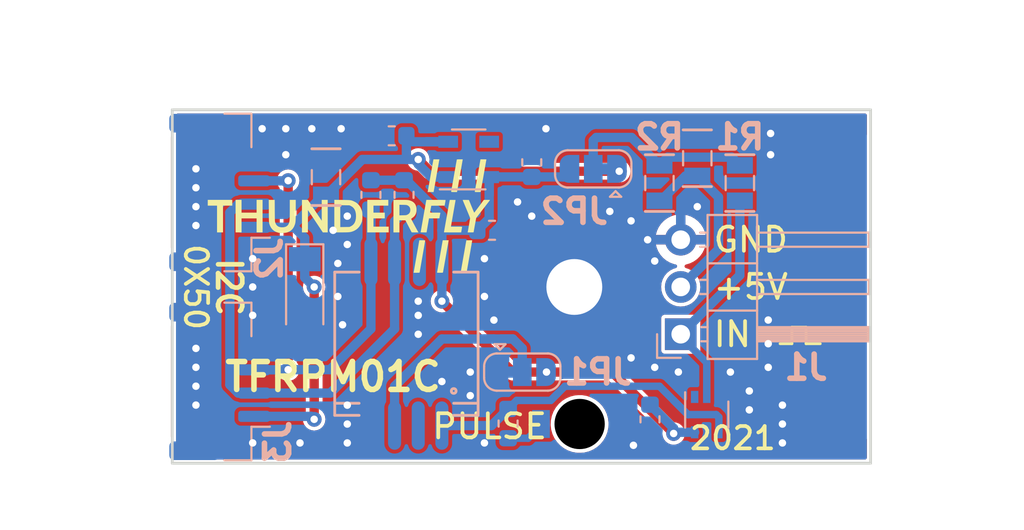
<source format=kicad_pcb>
(kicad_pcb (version 20211014) (generator pcbnew)
  (title_block (title "NAME") (date "%d. %m. %Y") (rev "REV") (company "Mlab www.mlab.cz") (comment 1 "VERSION") (comment 2 "Short description\\nTwo lines are maximum") (comment 3 "nickname <email@example.com>"))
  (layers (0 "F.Cu" jumper) (31 "B.Cu" signal) (36 "B.SilkS" user "B.Silkscreen") (37 "F.SilkS" user "F.Silkscreen") (38 "B.Mask" user) (39 "F.Mask" user) (44 "Edge.Cuts" user))
  (net 0 "")
  (net 1 "GND")
  (net 2 "Net-(D2-Pad2)")
  (net 3 "/COUNT")
  (net 4 "+3V3")
  (net 5 "+5V")
  (net 6 "/SDA")
  (net 7 "/SCL")
  (net 8 "Net-(R4-Pad1)")
  (net 9 "Net-(JP1-Pad2)")
  (net 10 "Net-(JP2-Pad2)")
  (net 11 "Net-(C2-Pad1)")
  (footprint "MLAB_LOGA:TF" (layer "F.Cu") (at 120.396 128.524)
    (fp_text reference "G***" hide)
    (fp_text value "LOGO" hide)
  )
  (footprint "Mlab_D:Diode-MiniMELF_Standard" (layer "B.Cu") (at 118.11 132.588 -90)
    (fp_text reference "D1" hide)
    (fp_text value "ZENER-5.6V" hide)
    (pad "1" smd rect locked (at -1.75 0 270) (size 1.3 1.7) (layers "B.Cu" "B.Paste" "B.Mask") (net 5 "+5V"))
    (pad "2" smd rect locked (at 1.75 0 270) (size 1.3 1.7) (layers "B.Cu" "B.Paste" "B.Mask") (net 1 "GND"))
  )
  (footprint "Mlab_Mechanical:MountingHole_3mm" (layer "B.Cu") (at 132.588 132.331096)
    (fp_text reference "M2" hide)
    (fp_text value "M3" hide)
    (pad "1" thru_hole circle locked (at 0 0) (size 6 6) (drill 3) (layers *.Cu *.Adhes *.Mask) (net 1 "GND") (clearance 1))
  )
  (footprint "Mlab_R:SMD-0603" (layer "B.Cu") (at 123.444 127.381 -90)
    (fp_text reference "R10" hide)
    (fp_text value "10k" hide)
    (pad "1" smd roundrect locked (at -0.7875 0 270) (size 0.875 0.95) (layers "B.Cu" "B.Paste" "B.Mask") (net 4 "+3V3"))
    (pad "2" smd roundrect locked (at 0.7875 0 270) (size 0.875 0.95) (layers "B.Cu" "B.Paste" "B.Mask") (net 7 "/SCL"))
  )
  (footprint "Connector_PinHeader_2.54mm:PinHeader_1x03_P2.54mm_Horizontal" (layer "B.Cu") (at 138.303 134.871096)
    (fp_text reference "J1" (at 6.731 1.780904) (layer "B.SilkS") (effects (font (size 1.3 1.3) (thickness 0.3)) (justify mirror)))
    (fp_text value "HEADER_1x03" hide)
    (pad "1" thru_hole rect locked (at 0 0) (size 1.7 1.7) (drill 1) (layers *.Cu *.Mask) (net 3 "/COUNT"))
    (pad "2" thru_hole oval locked (at 0 -2.54) (size 1.7 1.7) (drill 1) (layers *.Cu *.Mask) (net 11 "Net-(C2-Pad1)"))
    (pad "3" thru_hole oval locked (at 0 -5.08) (size 1.7 1.7) (drill 1) (layers *.Cu *.Mask) (net 1 "GND"))
  )
  (footprint "Package_TO_SOT_SMD:SOT-23-5" (layer "B.Cu") (at 126.916 125.476)
    (fp_text reference "U3" hide)
    (fp_text value "MIC5504-3.3YM5" hide)
    (pad "1" smd rect locked (at -1.1 0.95) (size 1.06 0.65) (layers "B.Cu" "B.Paste" "B.Mask") (net 5 "+5V"))
    (pad "2" smd rect locked (at -1.1 0) (size 1.06 0.65) (layers "B.Cu" "B.Paste" "B.Mask") (net 1 "GND"))
    (pad "3" smd rect locked (at -1.1 -0.95) (size 1.06 0.65) (layers "B.Cu" "B.Paste" "B.Mask") (net 5 "+5V"))
    (pad "4" smd rect locked (at 1.1 -0.95) (size 1.06 0.65) (layers "B.Cu" "B.Paste" "B.Mask"))
    (pad "5" smd rect locked (at 1.1 0.95) (size 1.06 0.65) (layers "B.Cu" "B.Paste" "B.Mask") (net 4 "+3V3"))
  )
  (footprint "Mlab_R:SMD-0805" (layer "B.Cu") (at 119.253 126.4285 90)
    (fp_text reference "C3")
    (fp_text value "10uF")
    (pad "1" smd rect locked (at -0.9525 0 90) (size 0.889 1.397) (layers "B.Cu" "B.Paste" "B.Mask") (net 5 "+5V"))
    (pad "2" smd rect locked (at 0.9525 0 90) (size 0.889 1.397) (layers "B.Cu" "B.Paste" "B.Mask") (net 1 "GND"))
  )
  (footprint "Mlab_R:SMD-0603" (layer "B.Cu") (at 122.7835 124.206 180)
    (fp_text reference "C4" hide)
    (fp_text value "100nF" hide)
    (pad "1" smd roundrect locked (at -0.7875 0 180) (size 0.875 0.95) (layers "B.Cu" "B.Paste" "B.Mask") (net 5 "+5V"))
    (pad "2" smd roundrect locked (at 0.7875 0 180) (size 0.875 0.95) (layers "B.Cu" "B.Paste" "B.Mask") (net 1 "GND"))
  )
  (footprint "Connector_JST:JST_GH_SM04B-GHS-TB_1x04-1MP_P1.25mm_Horizontal" (layer "B.Cu") (at 113.538 127.251096 90)
    (fp_text reference "J2" (at -3.558904 2.667 -90) (layer "B.SilkS") (effects (font (size 1.3 1.3) (thickness 0.3)) (justify mirror)))
    (fp_text value "SM04B-GHS-TB" hide)
    (pad "1" smd roundrect locked (at -1.875 1.85 90) (size 0.6 1.7) (layers "B.Cu" "B.Paste" "B.Mask") (net 5 "+5V"))
    (pad "2" smd roundrect locked (at -0.625 1.85 90) (size 0.6 1.7) (layers "B.Cu" "B.Paste" "B.Mask") (net 7 "/SCL"))
    (pad "3" smd roundrect locked (at 0.625 1.85 90) (size 0.6 1.7) (layers "B.Cu" "B.Paste" "B.Mask") (net 6 "/SDA"))
    (pad "4" smd roundrect locked (at 1.875 1.85 90) (size 0.6 1.7) (layers "B.Cu" "B.Paste" "B.Mask") (net 1 "GND"))
    (pad "MP" smd roundrect locked (at -3.725 -1.35 90) (size 1 2.7) (layers "B.Cu" "B.Paste" "B.Mask") (net 1 "GND"))
    (pad "MP" smd roundrect locked (at 3.725 -1.35 90) (size 1 2.7) (layers "B.Cu" "B.Paste" "B.Mask") (net 1 "GND"))
  )
  (footprint "Mlab_R:SMD-0603" (layer "B.Cu") (at 129.032 139.6745 -90)
    (fp_text reference "R4" hide)
    (fp_text value "180R" hide)
    (pad "1" smd roundrect locked (at -0.7875 0 270) (size 0.875 0.95) (layers "B.Cu" "B.Paste" "B.Mask") (net 8 "Net-(R4-Pad1)"))
    (pad "2" smd roundrect locked (at 0.7875 0 270) (size 0.875 0.95) (layers "B.Cu" "B.Paste" "B.Mask") (net 2 "Net-(D2-Pad2)"))
  )
  (footprint "Mlab_R:SMD-0805" (layer "B.Cu") (at 141.478 126.746 -90)
    (fp_text reference "R1")
    (fp_text value "470R")
    (fp_text user "${REFERENCE}" (at -2.4765 0) (layer "B.SilkS") (effects (font (size 1.3 1.3) (thickness 0.3)) (justify mirror)))
    (pad "1" smd rect locked (at -0.9525 0 270) (size 0.889 1.397) (layers "B.Cu" "B.Paste" "B.Mask") (net 10 "Net-(JP2-Pad2)"))
    (pad "2" smd rect locked (at 0.9525 0 270) (size 0.889 1.397) (layers "B.Cu" "B.Paste" "B.Mask") (net 3 "/COUNT"))
  )
  (footprint "Mlab_R:SMD-0805" (layer "B.Cu") (at 137.16 126.746 90)
    (fp_text reference "R2")
    (fp_text value "100R")
    (fp_text user "${REFERENCE}" (at 2.4765 0) (layer "B.SilkS") (effects (font (size 1.3 1.3) (thickness 0.3)) (justify mirror)))
    (pad "1" smd rect locked (at -0.9525 0 90) (size 0.889 1.397) (layers "B.Cu" "B.Paste" "B.Mask") (net 11 "Net-(C2-Pad1)"))
    (pad "2" smd rect locked (at 0.9525 0 90) (size 0.889 1.397) (layers "B.Cu" "B.Paste" "B.Mask") (net 10 "Net-(JP2-Pad2)"))
  )
  (footprint "Mlab_R:SMD-0603" (layer "B.Cu") (at 121.666 127.381 -90)
    (fp_text reference "R3" hide)
    (fp_text value "10k" hide)
    (pad "1" smd roundrect locked (at -0.7875 0 270) (size 0.875 0.95) (layers "B.Cu" "B.Paste" "B.Mask") (net 4 "+3V3"))
    (pad "2" smd roundrect locked (at 0.7875 0 270) (size 0.875 0.95) (layers "B.Cu" "B.Paste" "B.Mask") (net 6 "/SDA"))
  )
  (footprint "Mlab_R:SMD-0603" (layer "B.Cu") (at 136.652 139.446 -90)
    (fp_text reference "C6" hide)
    (fp_text value "100nF" hide)
    (pad "1" smd roundrect locked (at -0.7875 0 270) (size 0.875 0.95) (layers "B.Cu" "B.Paste" "B.Mask") (net 4 "+3V3"))
    (pad "2" smd roundrect locked (at 0.7875 0 270) (size 0.875 0.95) (layers "B.Cu" "B.Paste" "B.Mask") (net 1 "GND"))
  )
  (footprint "Connector_JST:JST_GH_SM04B-GHS-TB_1x04-1MP_P1.25mm_Horizontal" (layer "B.Cu") (at 113.538 137.411096 90)
    (fp_text reference "J3" (at -3.254104 3.1242 -90) (layer "B.SilkS") (effects (font (size 1.3 1.3) (thickness 0.3)) (justify mirror)))
    (fp_text value "SM04B-GHS-TB" hide)
    (pad "1" smd roundrect locked (at -1.875 1.85 90) (size 0.6 1.7) (layers "B.Cu" "B.Paste" "B.Mask") (net 5 "+5V"))
    (pad "2" smd roundrect locked (at -0.625 1.85 90) (size 0.6 1.7) (layers "B.Cu" "B.Paste" "B.Mask") (net 7 "/SCL"))
    (pad "3" smd roundrect locked (at 0.625 1.85 90) (size 0.6 1.7) (layers "B.Cu" "B.Paste" "B.Mask") (net 6 "/SDA"))
    (pad "4" smd roundrect locked (at 1.875 1.85 90) (size 0.6 1.7) (layers "B.Cu" "B.Paste" "B.Mask") (net 1 "GND"))
    (pad "MP" smd roundrect locked (at -3.725 -1.35 90) (size 1 2.7) (layers "B.Cu" "B.Paste" "B.Mask") (net 1 "GND"))
    (pad "MP" smd roundrect locked (at 3.725 -1.35 90) (size 1 2.7) (layers "B.Cu" "B.Paste" "B.Mask") (net 1 "GND"))
  )
  (footprint "Mlab_R:SMD-0603" (layer "B.Cu") (at 128.1685 129.286)
    (fp_text reference "C5" hide)
    (fp_text value "100nF" hide)
    (pad "1" smd roundrect locked (at -0.7875 0) (size 0.875 0.95) (layers "B.Cu" "B.Paste" "B.Mask") (net 4 "+3V3"))
    (pad "2" smd roundrect locked (at 0.7875 0) (size 0.875 0.95) (layers "B.Cu" "B.Paste" "B.Mask") (net 1 "GND"))
  )
  (footprint "Mlab_IO:SOT176-1" (layer "B.Cu") (at 123.571 135.382 180)
    (fp_text reference "U1" hide)
    (fp_text value "PCF8583" hide)
    (pad "1" smd oval locked (at -1.905 -4.4 180) (size 0.7 2.6) (layers "B.Cu" "B.Mask") (net 8 "Net-(R4-Pad1)"))
    (pad "2" smd oval locked (at -0.635 -4.4 180) (size 0.7 2.6) (layers "B.Cu" "B.Mask"))
    (pad "3" smd oval locked (at 0.635 -4.4 180) (size 0.7 2.6) (layers "B.Cu" "B.Mask") (net 9 "Net-(JP1-Pad2)"))
    (pad "4" smd oval locked (at 1.91 -4.4 180) (size 0.7 2.6) (layers "B.Cu" "B.Mask") (net 1 "GND"))
    (pad "5" smd oval locked (at 1.905 4.4 180) (size 0.7 2.6) (layers "B.Cu" "B.Mask") (net 6 "/SDA"))
    (pad "6" smd oval locked (at 0.635 4.4 180) (size 0.7 2.6) (layers "B.Cu" "B.Mask") (net 7 "/SCL"))
    (pad "7" smd oval locked (at -0.7 4.4 180) (size 0.7 2.6) (layers "B.Cu" "B.Mask"))
    (pad "8" smd oval locked (at -1.905 4.4 180) (size 0.7 2.6) (layers "B.Cu" "B.Mask") (net 4 "+3V3"))
  )
  (footprint "Mlab_R:SMD-0603" (layer "B.Cu") (at 130.302 125.6285 90)
    (fp_text reference "C1" hide)
    (fp_text value "1uF" hide)
    (pad "1" smd roundrect locked (at -0.7875 0 90) (size 0.875 0.95) (layers "B.Cu" "B.Paste" "B.Mask") (net 4 "+3V3"))
    (pad "2" smd roundrect locked (at 0.7875 0 90) (size 0.875 0.95) (layers "B.Cu" "B.Paste" "B.Mask") (net 1 "GND"))
  )
  (footprint "Mlab_R:SMD-0805" (layer "B.Cu") (at 139.192 125.4125 90)
    (fp_text reference "C2")
    (fp_text value "10uF")
    (pad "1" smd rect locked (at -0.9525 0 90) (size 0.889 1.397) (layers "B.Cu" "B.Paste" "B.Mask") (net 11 "Net-(C2-Pad1)"))
    (pad "2" smd rect locked (at 0.9525 0 90) (size 0.889 1.397) (layers "B.Cu" "B.Paste" "B.Mask") (net 1 "GND"))
  )
  (footprint "Mlab_D:LED_1206" (layer "B.Cu") (at 132.874 139.697096)
    (fp_text reference "D2" hide)
    (fp_text value "LED RED" hide)
    (pad "" np_thru_hole circle locked (at 0 0) (size 2.7 2.7) (drill 2.7) (layers *.Mask))
    (pad "1" smd rect locked (at 2.075 0) (size 0.95 1.5) (layers "B.Cu" "B.Paste" "B.Mask") (net 1 "GND"))
    (pad "2" smd rect locked (at -2.075 0) (size 0.95 1.5) (layers "B.Cu" "B.Paste" "B.Mask") (net 2 "Net-(D2-Pad2)"))
  )
  (footprint "Package_TO_SOT_SMD:SOT-353_SC-70-5" (layer "B.Cu") (at 139.7 139.192 -90)
    (fp_text reference "U2" hide)
    (fp_text value "74HC1G14GW" hide)
    (pad "1" smd rect locked (at -0.95 0.65 270) (size 0.65 0.4) (layers "B.Cu" "B.Paste" "B.Mask"))
    (pad "2" smd rect locked (at -0.95 0 270) (size 0.65 0.4) (layers "B.Cu" "B.Paste" "B.Mask") (net 3 "/COUNT"))
    (pad "3" smd rect locked (at -0.95 -0.65 270) (size 0.65 0.4) (layers "B.Cu" "B.Paste" "B.Mask") (net 1 "GND"))
    (pad "4" smd rect locked (at 0.95 -0.65 270) (size 0.65 0.4) (layers "B.Cu" "B.Paste" "B.Mask") (net 8 "Net-(R4-Pad1)"))
    (pad "5" smd rect locked (at 0.95 0.65 270) (size 0.65 0.4) (layers "B.Cu" "B.Paste" "B.Mask") (net 4 "+3V3"))
  )
  (footprint "Jumper:SolderJumper-3_P1.3mm_Bridged12_RoundedPad1.0x1.5mm" (layer "B.Cu") (at 129.794 136.906)
    (fp_text reference "JP1" (at 4.064 0) (layer "B.SilkS") (effects (font (size 1.3 1.3) (thickness 0.3)) (justify mirror)))
    (fp_text value "SolderJumper_3_Bridged12" hide)
    (fp_poly (pts (xy -0.9 0.3) (xy -0.4 0.3) (xy -0.4 -0.3) (xy -0.9 -0.3)) (layer "B.Cu") (width 0) (fill solid))
    (pad "1" smd custom locked (at -1.3 0) (size 1 0.5) (layers "B.Cu" "B.Mask") (net 1 "GND") (options (clearance outline) (anchor rect)) (primitives (gr_circle (center 0 -0.25) (end 0.5 -0.25) (width 0) (fill yes)) (gr_circle (center 0 0.25) (end 0.5 0.25) (width 0) (fill yes)) (gr_poly (pts (xy 0.55 0.75) (xy 0 0.75) (xy 0 -0.75) (xy 0.55 -0.75)) (width 0) (fill yes))))
    (pad "2" smd rect locked (at 0 0) (size 1 1.5) (layers "B.Cu" "B.Mask") (net 9 "Net-(JP1-Pad2)"))
    (pad "3" smd custom locked (at 1.3 0) (size 1 0.5) (layers "B.Cu" "B.Mask") (net 4 "+3V3") (options (clearance outline) (anchor rect)) (primitives (gr_circle (center 0 -0.25) (end 0.5 -0.25) (width 0) (fill yes)) (gr_circle (center 0 0.25) (end 0.5 0.25) (width 0) (fill yes)) (gr_poly (pts (xy 0 0.75) (xy -0.55 0.75) (xy -0.55 -0.75) (xy 0 -0.75)) (width 0) (fill yes))))
  )
  (footprint "Jumper:SolderJumper-3_P1.3mm_Bridged12_RoundedPad1.0x1.5mm" (layer "B.Cu") (at 133.604 125.984 180)
    (fp_text reference "JP2" (at 1.016 -2.286) (layer "B.SilkS") (effects (font (size 1.3 1.3) (thickness 0.3)) (justify mirror)))
    (fp_text value "SolderJumper_3_Bridged12" hide)
    (fp_poly (pts (xy -0.9 0.3) (xy -0.4 0.3) (xy -0.4 -0.3) (xy -0.9 -0.3)) (layer "B.Cu") (width 0) (fill solid))
    (pad "1" smd custom locked (at -1.3 0 180) (size 1 0.5) (layers "B.Cu" "B.Mask") (net 5 "+5V") (options (clearance outline) (anchor rect)) (primitives (gr_circle (center 0 -0.25) (end 0.5 -0.25) (width 0) (fill yes)) (gr_circle (center 0 0.25) (end 0.5 0.25) (width 0) (fill yes)) (gr_poly (pts (xy 0.55 0.75) (xy 0 0.75) (xy 0 -0.75) (xy 0.55 -0.75)) (width 0) (fill yes))))
    (pad "2" smd rect locked (at 0 0 180) (size 1 1.5) (layers "B.Cu" "B.Mask") (net 10 "Net-(JP2-Pad2)"))
    (pad "3" smd custom locked (at 1.3 0 180) (size 1 0.5) (layers "B.Cu" "B.Mask") (net 4 "+3V3") (options (clearance outline) (anchor rect)) (primitives (gr_circle (center 0 -0.25) (end 0.5 -0.25) (width 0) (fill yes)) (gr_circle (center 0 0.25) (end 0.5 0.25) (width 0) (fill yes)) (gr_poly (pts (xy 0 0.75) (xy -0.55 0.75) (xy -0.55 -0.75) (xy 0 -0.75)) (width 0) (fill yes))))
  )
  (gr_line (start 144.272 135.382) (end 144.272 134.493) (layer "F.SilkS") (width 0.15))
  (gr_line (start 145.034 134.493) (end 145.034 135.382) (layer "F.SilkS") (width 0.15))
  (gr_line (start 143.637 135.382) (end 144.272 135.382) (layer "F.SilkS") (width 0.15))
  (gr_line (start 145.034 135.382) (end 145.796 135.382) (layer "F.SilkS") (width 0.15))
  (gr_line (start 144.272 134.493) (end 145.034 134.493) (layer "F.SilkS") (width 0.15))
  (gr_line (start 148.498 122.806096) (end 148.498 141.806096) (layer "Edge.Cuts") (width 0.15))
  (gr_line (start 110.998 141.806096) (end 110.998 122.806096) (layer "Edge.Cuts") (width 0.15))
  (gr_line (start 110.998 141.806096) (end 148.498 141.806096) (layer "Edge.Cuts") (width 0.15))
  (gr_line (start 110.998 122.806096) (end 148.498 122.806096) (layer "Edge.Cuts") (width 0.15))
  (gr_text "ThunderFly.cz" (at 146.558 132.334 90) (layer "F.Cu") (effects (font (size 1.5 1.5) (thickness 0.3))))
  (gr_text "+5V" (at 139.954 132.334) (layer "F.SilkS") (effects (font (size 1.3 1.3) (thickness 0.2)) (justify left)))
  (gr_text "TFRPM01C" (at 119.634 137.16) (layer "F.SilkS") (effects (font (size 1.5 1.5) (thickness 0.3))))
  (gr_text "GND" (at 139.954 129.794) (layer "F.SilkS") (effects (font (size 1.3 1.3) (thickness 0.2)) (justify left)))
  (gr_text "2021" (at 141.097 140.462) (layer "F.SilkS") (effects (font (size 1.2 1.2) (thickness 0.2))))
  (gr_text "IN" (at 139.954 134.874) (layer "F.SilkS") (effects (font (size 1.3 1.3) (thickness 0.2)) (justify left)))
  (gr_text "I2C" (at 114.046 132.334 270) (layer "F.SilkS") (effects (font (size 1.3 1.25) (thickness 0.25))))
  (gr_text "PULSE" (at 124.841 139.827) (layer "F.SilkS") (effects (font (size 1.3 1.3) (thickness 0.2)) (justify left)))
  (gr_text "0X50" (at 112.268 132.334 270) (layer "F.SilkS") (effects (font (size 1.2 1.2) (thickness 0.2))))
  (via (at 131.064 123.825) (size 0.8) (drill 0.4) (layers "F.Cu" "B.Cu") (net 1))
  (via (at 115.316 130.807096) (size 0.8) (drill 0.4) (layers "F.Cu" "B.Cu") (net 1))
  (via (at 115.316 132.331096) (size 0.8) (drill 0.4) (layers "F.Cu" "B.Cu") (net 1))
  (via (at 120.142 134.363096) (size 0.8) (drill 0.4) (layers "F.Cu" "B.Cu") (net 1))
  (via (at 115.316 133.855096) (size 0.8) (drill 0.4) (layers "F.Cu" "B.Cu") (net 1))
  (via (at 141.986 138.938) (size 0.8) (drill 0.4) (layers "F.Cu" "B.Cu") (net 1))
  (via (at 120.396 130.048) (size 0.8) (drill 0.4) (layers "F.Cu" "B.Cu") (net 1))
  (via (at 120.396 128.524) (size 0.8) (drill 0.4) (layers "F.Cu" "B.Cu") (net 1))
  (via (at 119.634 129.286) (size 0.8) (drill 0.4) (layers "F.Cu" "B.Cu") (net 1))
  (via (at 115.316 140.713096) (size 0.8) (drill 0.4) (layers "F.Cu" "B.Cu") (net 1))
  (via (at 117.856 140.716) (size 0.8) (drill 0.4) (layers "F.Cu" "B.Cu") (net 1))
  (via (at 127 138.173096) (size 0.8) (drill 0.4) (layers "F.Cu" "B.Cu") (net 1))
  (via (at 124.206 134.874) (size 0.8) (drill 0.4) (layers "F.Cu" "B.Cu") (net 1))
  (via (at 127 136.906) (size 0.8) (drill 0.4) (layers "F.Cu" "B.Cu") (net 1))
  (via (at 124.206 133.858) (size 0.8) (drill 0.4) (layers "F.Cu" "B.Cu") (net 1))
  (via (at 112.268 129.029096) (size 0.8) (drill 0.4) (layers "F.Cu" "B.Cu") (net 1))
  (via (at 112.268 138.681096) (size 0.8) (drill 0.4) (layers "F.Cu" "B.Cu") (net 1))
  (via (at 112.268 135.633096) (size 0.8) (drill 0.4) (layers "F.Cu" "B.Cu") (net 1))
  (via (at 112.268 137.665096) (size 0.8) (drill 0.4) (layers "F.Cu" "B.Cu") (net 1))
  (via (at 112.268 125.981096) (size 0.8) (drill 0.4) (layers "F.Cu" "B.Cu") (net 1))
  (via (at 112.268 136.649096) (size 0.8) (drill 0.4) (layers "F.Cu" "B.Cu") (net 1))
  (via (at 112.268 126.997096) (size 0.8) (drill 0.4) (layers "F.Cu" "B.Cu") (net 1))
  (via (at 112.268 128.013096) (size 0.8) (drill 0.4) (layers "F.Cu" "B.Cu") (net 1))
  (via (at 117.094 123.825) (size 0.8) (drill 0.4) (layers "F.Cu" "B.Cu") (net 1))
  (via (at 138.176 136.903096) (size 0.8) (drill 0.4) (layers "F.Cu" "B.Cu") (net 1))
  (via (at 139.192 128.016) (size 0.8) (drill 0.4) (layers "F.Cu" "B.Cu") (net 1))
  (via (at 143.002 135.382) (size 0.8) (drill 0.4) (layers "F.Cu" "B.Cu") (net 1))
  (via (at 143.764 138.684) (size 0.8) (drill 0.4) (layers "F.Cu" "B.Cu") (net 1))
  (via (at 129.54 127.762) (size 0.8) (drill 0.4) (layers "F.Cu" "B.Cu") (net 1))
  (via (at 124.206 133.096) (size 0.8) (drill 0.4) (layers "F.Cu" "B.Cu") (net 1))
  (via (at 143.002 136.652) (size 0.8) (drill 0.4) (layers "F.Cu" "B.Cu") (net 1))
  (via (at 143.129 124.079) (size 0.8) (drill 0.4) (layers "F.Cu" "B.Cu") (net 1))
  (via (at 130.302 128.524) (size 0.8) (drill 0.4) (layers "F.Cu" "B.Cu") (net 1))
  (via (at 134.493 128.27) (size 0.8) (drill 0.4) (layers "F.Cu" "B.Cu") (net 1))
  (via (at 143.764 140.716) (size 0.8) (drill 0.4) (layers "F.Cu" "B.Cu") (net 1))
  (via (at 143.764 139.7) (size 0.8) (drill 0.4) (layers "F.Cu" "B.Cu") (net 1))
  (via (at 135.636 128.778) (size 0.8) (drill 0.4) (layers "F.Cu" "B.Cu") (net 1))
  (via (at 136.525 129.794) (size 0.8) (drill 0.4) (layers "F.Cu" "B.Cu") (net 1))
  (via (at 136.906 130.937) (size 0.8) (drill 0.4) (layers "F.Cu" "B.Cu") (net 1))
  (via (at 143.002 134.109096) (size 0.8) (drill 0.4) (layers "F.Cu" "B.Cu") (net 1))
  (via (at 143.129 125.222) (size 0.8) (drill 0.4) (layers "F.Cu" "B.Cu") (net 1))
  (via (at 128.27 134.112) (size 0.8) (drill 0.4) (layers "F.Cu" "B.Cu") (net 1))
  (via (at 127.762 130.81) (size 0.8) (drill 0.4) (layers "F.Cu" "B.Cu") (net 1))
  (via (at 135.763 140.843) (size 0.8) (drill 0.4) (layers "F.Cu" "B.Cu") (net 1))
  (via (at 140.97 136.906) (size 0.8) (drill 0.4) (layers "F.Cu" "B.Cu") (net 1))
  (via (at 119.888 132.842) (size 0.8) (drill 0.4) (layers "F.Cu" "B.Cu") (net 1))
  (via (at 127.762 132.842) (size 0.8) (drill 0.4) (layers "F.Cu" "B.Cu") (net 1))
  (via (at 141.986 137.922) (size 0.8) (drill 0.4) (layers "F.Cu" "B.Cu") (net 1))
  (via (at 127.762 140.716) (size 0.8) (drill 0.4) (layers "F.Cu" "B.Cu") (net 1))
  (via (at 119.888 131.064) (size 0.8) (drill 0.4) (layers "F.Cu" "B.Cu") (net 1))
  (via (at 120.396 139.7) (size 0.8) (drill 0.4) (layers "F.Cu" "B.Cu") (net 1))
  (via (at 136.906 136.652) (size 0.8) (drill 0.4) (layers "F.Cu" "B.Cu") (net 1))
  (via (at 120.0658 123.825) (size 0.8) (drill 0.4) (layers "F.Cu" "B.Cu") (net 1))
  (via (at 135.636 136.144) (size 0.8) (drill 0.4) (layers "F.Cu" "B.Cu") (net 1))
  (via (at 117.094 125.222) (size 0.8) (drill 0.4) (layers "F.Cu" "B.Cu") (net 1))
  (via (at 115.824 123.825) (size 0.8) (drill 0.4) (layers "F.Cu" "B.Cu") (net 1))
  (via (at 120.396 138.684) (size 0.8) (drill 0.4) (layers "F.Cu" "B.Cu") (net 1))
  (via (at 118.491 123.825) (size 0.8) (drill 0.4) (layers "F.Cu" "B.Cu") (net 1))
  (via (at 120.396 140.716) (size 0.8) (drill 0.4) (layers "F.Cu" "B.Cu") (net 1))
  (via (at 125.476 137.414) (size 0.8) (drill 0.4) (layers "F.Cu" "B.Cu") (net 1))
  (segment (start 129.032 140.462) (end 130.109096 140.462) (width 0.4) (layer "B.Cu") (net 2))
  (segment (start 130.109096 140.462) (end 130.874 139.697096) (width 0.4) (layer "B.Cu") (net 2))
  (segment (start 141.478 131.696096) (end 141.478 127.6985) (width 0.5) (layer "B.Cu") (net 3))
  (segment (start 139.7 136.398) (end 138.303 135.001) (width 0.4) (layer "B.Cu") (net 3))
  (segment (start 138.303 134.871096) (end 141.478 131.696096) (width 0.5) (layer "B.Cu") (net 3))
  (segment (start 138.303 135.001) (end 138.303 134.871096) (width 0.4) (layer "B.Cu") (net 3))
  (segment (start 139.7 136.398) (end 139.7 138.242) (width 0.4) (layer "B.Cu") (net 3))
  (segment (start 138.303 134.871096) (end 138.43 134.871096) (width 0.5) (layer "B.Cu") (net 3))
  (segment (start 129.286 136.906) (end 131.094 136.906) (width 0.5) (layer "F.Cu") (net 4))
  (segment (start 133.604 136.906) (end 134.62 136.906) (width 0.5) (layer "F.Cu") (net 4))
  (segment (start 125.476 133.096) (end 129.286 136.906) (width 0.5) (layer "F.Cu") (net 4))
  (segment (start 133.604 136.906) (end 131.094 136.906) (width 0.5) (layer "F.Cu") (net 4))
  (segment (start 134.62 136.906) (end 137.922 140.208) (width 0.5) (layer "F.Cu") (net 4))
  (via (at 131.094 136.906) (size 0.8) (drill 0.4) (layers "F.Cu" "B.Cu") (net 4))
  (via (at 125.476 133.096) (size 0.8) (drill 0.4) (layers "F.Cu" "B.Cu") (net 4))
  (via (at 137.922 140.208) (size 0.8) (drill 0.4) (layers "F.Cu" "B.Cu") (net 4))
  (segment (start 121.666 126.5935) (end 123.571 126.5935) (width 0.5) (layer "B.Cu") (net 4))
  (segment (start 128.016 128.651) (end 127.381 129.286) (width 0.5) (layer "B.Cu") (net 4))
  (segment (start 130.556 126.416) (end 128.026 126.416) (width 0.5) (layer "B.Cu") (net 4))
  (segment (start 128.026 126.416) (end 128.016 126.426) (width 0.5) (layer "B.Cu") (net 4))
  (segment (start 123.571 126.5935) (end 125.476 128.4985) (width 0.5) (layer "B.Cu") (net 4))
  (segment (start 130.556 126.416) (end 131.999 126.416) (width 0.5) (layer "B.Cu") (net 4))
  (segment (start 127.381 129.286) (end 125.476 129.286) (width 0.5) (layer "B.Cu") (net 4))
  (segment (start 136.652 138.6585) (end 137.922 139.9285) (width 0.5) (layer "B.Cu") (net 4))
  (segment (start 125.476 129.286) (end 125.476 130.982) (width 0.5) (layer "B.Cu") (net 4))
  (segment (start 137.988 140.142) (end 137.922 140.208) (width 0.5) (layer "B.Cu") (net 4))
  (segment (start 131.999 126.416) (end 132.431 125.984) (width 0.5) (layer "B.Cu") (net 4))
  (segment (start 128.016 127.381) (end 128.016 126.426) (width 0.5) (layer "B.Cu") (net 4))
  (segment (start 125.476 128.4985) (end 125.476 129.286) (width 0.5) (layer "B.Cu") (net 4))
  (segment (start 128.016 126.426) (end 128.016 128.651) (width 0.5) (layer "B.Cu") (net 4))
  (segment (start 137.922 139.9285) (end 137.922 140.208) (width 0.5) (layer "B.Cu") (net 4))
  (segment (start 125.476 130.982) (end 125.476 133.096) (width 0.5) (layer "B.Cu") (net 4))
  (segment (start 139.05 140.142) (end 137.988 140.142) (width 0.5) (layer "B.Cu") (net 4))
  (segment (start 118.618 139.446) (end 118.618 138.684) (width 0.5) (layer "F.Cu") (net 5))
  (segment (start 135.001 126.111) (end 124.841 126.111) (width 0.5) (layer "F.Cu") (net 5))
  (segment (start 118.618 138.684) (end 118.618 137.919096) (width 0.5) (layer "F.Cu") (net 5))
  (segment (start 124.841 126.111) (end 124.206 125.476) (width 0.5) (layer "F.Cu") (net 5))
  (segment (start 118.618 138.684) (end 118.618 132.331096) (width 0.5) (layer "F.Cu") (net 5))
  (via (at 118.618 132.331096) (size 0.8) (drill 0.4) (layers "F.Cu" "B.Cu") (net 5))
  (via (at 118.618 139.446) (size 0.8) (drill 0.4) (layers "F.Cu" "B.Cu") (net 5))
  (via (at 124.206 125.476) (size 0.8) (drill 0.4) (layers "F.Cu" "B.Cu") (net 5))
  (via (at 135.001 126.111) (size 0.8) (drill 0.4) (layers "F.Cu" "B.Cu") (net 5))
  (segment (start 115.388 139.286096) (end 118.458096 139.286096) (width 0.5) (layer "B.Cu") (net 5))
  (segment (start 125.816 124.526) (end 124.648 124.526) (width 0.5) (layer "B.Cu") (net 5))
  (segment (start 124.206 125.476) (end 123.571 125.476) (width 0.5) (layer "B.Cu") (net 5))
  (segment (start 115.388 129.126096) (end 117.380904 129.126096) (width 0.5) (layer "B.Cu") (net 5))
  (segment (start 123.891 124.526) (end 123.571 124.206) (width 0.5) (layer "B.Cu") (net 5))
  (segment (start 118.11 129.688) (end 117.548096 129.126096) (width 0.5) (layer "B.Cu") (net 5))
  (segment (start 119.30102 127.381) (end 119.253 127.381) (width 0.5) (layer "B.Cu") (net 5))
  (segment (start 124.902 126.426) (end 124.206 125.73) (width 0.5) (layer "B.Cu") (net 5))
  (segment (start 119.126 127.381) (end 117.548096 128.958904) (width 0.5) (layer "B.Cu") (net 5))
  (segment (start 123.571 124.206) (end 123.571 125.476) (width 0.5) (layer "B.Cu") (net 5))
  (segment (start 121.20602 125.476) (end 119.30102 127.381) (width 0.5) (layer "B.Cu") (net 5))
  (segment (start 115.388 129.126096) (end 117.253904 129.126096) (width 0.5) (layer "B.Cu") (net 5))
  (segment (start 118.11 130.838) (end 118.11 131.823096) (width 0.5) (layer "B.Cu") (net 5))
  (segment (start 125.816 124.526) (end 123.891 124.526) (width 0.5) (layer "B.Cu") (net 5))
  (segment (start 118.11 130.838) (end 118.11 129.688) (width 0.5) (layer "B.Cu") (net 5))
  (segment (start 117.380904 129.126096) (end 117.548096 128.958904) (width 0.5) (layer "B.Cu") (net 5))
  (segment (start 118.458096 139.286096) (end 118.618 139.446) (width 0.5) (layer "B.Cu") (net 5))
  (segment (start 124.206 125.73) (end 124.206 125.476) (width 0.5) (layer "B.Cu") (net 5))
  (segment (start 123.571 125.476) (end 121.20602 125.476) (width 0.5) (layer "B.Cu") (net 5))
  (segment (start 119.253 127.381) (end 119.126 127.381) (width 0.5) (layer "B.Cu") (net 5))
  (segment (start 118.11 131.823096) (end 118.618 132.331096) (width 0.5) (layer "B.Cu") (net 5))
  (segment (start 117.548096 128.958904) (end 117.548096 129.126096) (width 0.5) (layer "B.Cu") (net 5))
  (segment (start 125.816 126.426) (end 124.902 126.426) (width 0.5) (layer "B.Cu") (net 5))
  (segment (start 135.031 125.984) (end 135.031 126.081) (width 0.5) (layer "B.Cu") (net 5))
  (segment (start 119.253 127.560596) (end 119.253 127.381) (width 0.5) (layer "B.Cu") (net 5))
  (segment (start 135.031 126.081) (end 135.001 126.111) (width 0.5) (layer "B.Cu") (net 5))
  (segment (start 117.548096 129.126096) (end 117.253904 129.126096) (width 0.5) (layer "B.Cu") (net 5))
  (segment (start 117.221 126.616096) (end 117.221 136.776096) (width 0.5) (layer "F.Cu") (net 6))
  (via (at 117.221 136.776096) (size 0.8) (drill 0.4) (layers "F.Cu" "B.Cu") (net 6))
  (via (at 117.221 126.616096) (size 0.8) (drill 0.4) (layers "F.Cu" "B.Cu") (net 6))
  (segment (start 117.211 126.626096) (end 117.221 126.616096) (width 0.5) (layer "B.Cu") (net 6))
  (segment (start 115.388 126.626096) (end 117.211 126.626096) (width 0.5) (layer "B.Cu") (net 6))
  (segment (start 115.388 136.786096) (end 117.211 136.786096) (width 0.5) (layer "B.Cu") (net 6))
  (segment (start 119.469904 136.776096) (end 121.666 134.58) (width 0.5) (layer "B.Cu") (net 6))
  (segment (start 121.666 134.58) (end 121.666 130.982) (width 0.5) (layer "B.Cu") (net 6))
  (segment (start 117.221 136.776096) (end 119.469904 136.776096) (width 0.5) (layer "B.Cu") (net 6))
  (segment (start 121.666 130.982) (end 121.666 128.1685) (width 0.5) (layer "B.Cu") (net 6))
  (segment (start 117.211 136.786096) (end 117.221 136.776096) (width 0.5) (layer "B.Cu") (net 6))
  (segment (start 114.538 127.876096) (end 115.388 127.876096) (width 0.5) (layer "B.Cu") (net 7))
  (segment (start 114.08799 128.326106) (end 114.538 127.876096) (width 0.5) (layer "B.Cu") (net 7))
  (segment (start 114.08799 137.586086) (end 114.08799 128.326106) (width 0.5) (layer "B.Cu") (net 7))
  (segment (start 114.538 138.036096) (end 114.08799 137.586086) (width 0.5) (layer "B.Cu") (net 7))
  (segment (start 115.388 138.036096) (end 114.538 138.036096) (width 0.5) (layer "B.Cu") (net 7))
  (segment (start 122.936 134.58) (end 122.936 130.982) (width 0.5) (layer "B.Cu") (net 7))
  (segment (start 115.388 138.036096) (end 119.479904 138.036096) (width 0.5) (layer "B.Cu") (net 7))
  (segment (start 122.936 130.982) (end 122.936 128.8035) (width 0.5) (layer "B.Cu") (net 7))
  (segment (start 119.479904 138.036096) (end 122.936 134.58) (width 0.5) (layer "B.Cu") (net 7))
  (segment (start 122.936 128.8035) (end 123.571 128.1685) (width 0.5) (layer "B.Cu") (net 7))
  (segment (start 129.489 138.43) (end 131.318 138.43) (width 0.4) (layer "B.Cu") (net 8))
  (segment (start 140.35 139.334) (end 140.208 139.192) (width 0.4) (layer "B.Cu") (net 8))
  (segment (start 140.35 140.142) (end 140.35 139.334) (width 0.4) (layer "B.Cu") (net 8))
  (segment (start 125.476 139.782) (end 128.137 139.782) (width 0.5) (layer "B.Cu") (net 8))
  (segment (start 131.318 138.43) (end 131.69198 138.05602) (width 0.4) (layer "B.Cu") (net 8))
  (segment (start 128.137 139.782) (end 129.032 138.887) (width 0.5) (layer "B.Cu") (net 8))
  (segment (start 129.032 138.887) (end 129.489 138.43) (width 0.4) (layer "B.Cu") (net 8))
  (segment (start 138.684 139.192) (end 137.922 138.43) (width 0.4) (layer "B.Cu") (net 8))
  (segment (start 140.208 139.192) (end 138.684 139.192) (width 0.4) (layer "B.Cu") (net 8))
  (segment (start 132.08 137.668) (end 131.318 138.43) (width 0.4) (layer "B.Cu") (net 8))
  (segment (start 137.16 137.668) (end 132.08 137.668) (width 0.4) (layer "B.Cu") (net 8))
  (segment (start 138.684 139.192) (end 137.16 137.668) (width 0.4) (layer "B.Cu") (net 8))
  (segment (start 129.794 136.906) (end 129.794 136.269576) (width 0.5) (layer "B.Cu") (net 9))
  (segment (start 122.936 137.668) (end 122.936 139.782) (width 0.5) (layer "B.Cu") (net 9))
  (segment (start 124.879989 135.724011) (end 124.46 136.144) (width 0.5) (layer "B.Cu") (net 9))
  (segment (start 129.286 135.128) (end 128.27 135.128) (width 0.5) (layer "B.Cu") (net 9))
  (segment (start 128.27 135.128) (end 127.762 135.128) (width 0.5) (layer "B.Cu") (net 9))
  (segment (start 125.476 135.128) (end 128.27 135.128) (width 0.5) (layer "B.Cu") (net 9))
  (segment (start 129.794 135.636) (end 129.286 135.128) (width 0.5) (layer "B.Cu") (net 9))
  (segment (start 124.841 135.763) (end 125.476 135.128) (width 0.5) (layer "B.Cu") (net 9))
  (segment (start 129.794 136.906) (end 129.794 135.636) (width 0.5) (layer "B.Cu") (net 9))
  (segment (start 129.286 135.128) (end 128.652424 135.128) (width 0.5) (layer "B.Cu") (net 9))
  (segment (start 124.841 135.763) (end 122.936 137.668) (width 0.5) (layer "B.Cu") (net 9))
  (segment (start 124.879989 135.724011) (end 124.841 135.763) (width 0.5) (layer "B.Cu") (net 9))
  (segment (start 133.769989 124.294011) (end 133.604 124.46) (width 0.5) (layer "B.Cu") (net 10))
  (segment (start 133.604 124.46) (end 133.604 125.984) (width 0.5) (layer "B.Cu") (net 10))
  (segment (start 141.039011 125.354511) (end 141.478 125.7935) (width 0.5) (layer "B.Cu") (net 10))
  (segment (start 137.598989 125.354511) (end 141.039011 125.354511) (width 0.5) (layer "B.Cu") (net 10))
  (segment (start 135.660511 124.294011) (end 137.16 125.7935) (width 0.5) (layer "B.Cu") (net 10))
  (segment (start 133.769989 124.294011) (end 135.660511 124.294011) (width 0.5) (layer "B.Cu") (net 10))
  (segment (start 137.16 125.7935) (end 137.598989 125.354511) (width 0.5) (layer "B.Cu") (net 10))
  (segment (start 140.329489 127.502489) (end 139.192 126.365) (width 0.5) (layer "B.Cu") (net 11))
  (segment (start 138.557 126.365) (end 139.192 126.365) (width 0.5) (layer "B.Cu") (net 11))
  (segment (start 137.2235 127.6985) (end 138.557 126.365) (width 0.5) (layer "B.Cu") (net 11))
  (segment (start 137.16 127.6985) (end 137.2235 127.6985) (width 0.5) (layer "B.Cu") (net 11))
  (segment (start 138.303 132.331096) (end 140.329489 130.304607) (width 0.5) (layer "B.Cu") (net 11))
  (segment (start 140.329489 130.304607) (end 140.329489 127.502489) (width 0.5) (layer "B.Cu") (net 11))
  (zone (net 1) (net_name "GND") (layers F&B.Cu) (connect_pads thru_hole_only (clearance 0.2)) (min_thickness 0.2) (fill yes (thermal_gap 0.508) (thermal_bridge_width 0.508))
    (polygon (pts (xy 156.746 145.406) (xy 156.746 116.906) (xy 101.746 116.906) (xy 101.746 145.406)))
  )
)
</source>
